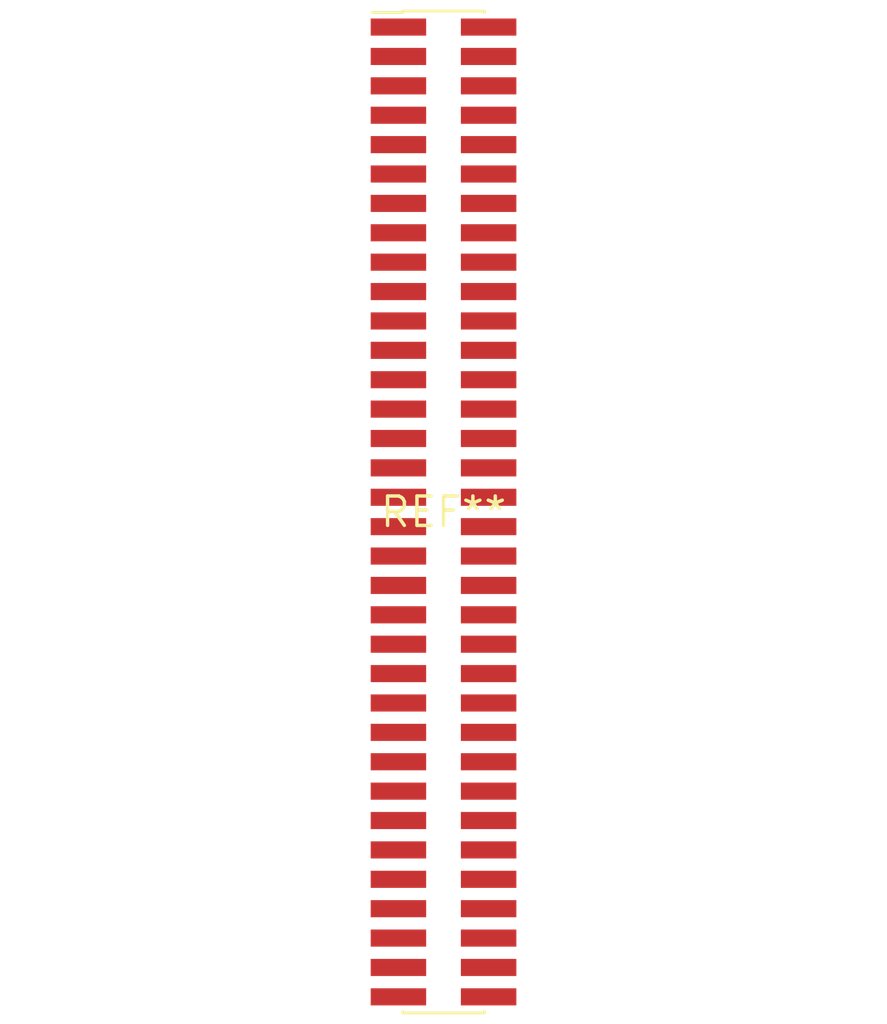
<source format=kicad_pcb>
(kicad_pcb (version 20240108) (generator pcbnew)
  (layers (0 "F.Cu" signal) (31 "B.Cu" signal) (34 "B.Paste" user) (35 "F.Paste" user) (36 "B.SilkS" user "B.Silkscreen") (37 "F.SilkS" user "F.Silkscreen") (38 "B.Mask" user) (39 "F.Mask" user) (44 "Edge.Cuts" user))
  (net 0 "")
  (footprint "PinHeader_2x34_P1.27mm_Vertical_SMD" (layer "F.Cu") (at 0 0)
    (property "Reference" "REF**")
    (property "Value" "PinHeader_2x34_P1.27mm_Vertical_SMD")
    (fp_line (start -3.09 -21.585) (end -1.765 -21.585) (layer "F.SilkS") (stroke (width 0.12)))
    (fp_line (start -1.765 -21.65) (end -1.765 -21.585) (layer "F.SilkS") (stroke (width 0.12)))
    (fp_line (start -1.765 -21.65) (end 1.765 -21.65) (layer "F.SilkS") (stroke (width 0.12)))
    (fp_line (start -1.765 21.585) (end -1.765 21.65) (layer "F.SilkS") (stroke (width 0.12)))
    (fp_line (start -1.765 21.65) (end 1.765 21.65) (layer "F.SilkS") (stroke (width 0.12)))
    (fp_line (start 1.765 -21.65) (end 1.765 -21.585) (layer "F.SilkS") (stroke (width 0.12)))
    (fp_line (start 1.765 21.585) (end 1.765 21.65) (layer "F.SilkS") (stroke (width 0.12)))
    (pad "1" smd rect (at -1.95 -20.955) (size 2.4 0.74) (layers "F.Cu" "F.Paste" "F.Mask"))
    (pad "2" smd rect (at 1.95 -20.955) (size 2.4 0.74) (layers "F.Cu" "F.Paste" "F.Mask"))
    (pad "3" smd rect (at -1.95 -19.685) (size 2.4 0.74) (layers "F.Cu" "F.Paste" "F.Mask"))
    (pad "4" smd rect (at 1.95 -19.685) (size 2.4 0.74) (layers "F.Cu" "F.Paste" "F.Mask"))
    (pad "5" smd rect (at -1.95 -18.415) (size 2.4 0.74) (layers "F.Cu" "F.Paste" "F.Mask"))
    (pad "6" smd rect (at 1.95 -18.415) (size 2.4 0.74) (layers "F.Cu" "F.Paste" "F.Mask"))
    (pad "7" smd rect (at -1.95 -17.145) (size 2.4 0.74) (layers "F.Cu" "F.Paste" "F.Mask"))
    (pad "8" smd rect (at 1.95 -17.145) (size 2.4 0.74) (layers "F.Cu" "F.Paste" "F.Mask"))
    (pad "9" smd rect (at -1.95 -15.875) (size 2.4 0.74) (layers "F.Cu" "F.Paste" "F.Mask"))
    (pad "10" smd rect (at 1.95 -15.875) (size 2.4 0.74) (layers "F.Cu" "F.Paste" "F.Mask"))
    (pad "11" smd rect (at -1.95 -14.605) (size 2.4 0.74) (layers "F.Cu" "F.Paste" "F.Mask"))
    (pad "12" smd rect (at 1.95 -14.605) (size 2.4 0.74) (layers "F.Cu" "F.Paste" "F.Mask"))
    (pad "13" smd rect (at -1.95 -13.335) (size 2.4 0.74) (layers "F.Cu" "F.Paste" "F.Mask"))
    (pad "14" smd rect (at 1.95 -13.335) (size 2.4 0.74) (layers "F.Cu" "F.Paste" "F.Mask"))
    (pad "15" smd rect (at -1.95 -12.065) (size 2.4 0.74) (layers "F.Cu" "F.Paste" "F.Mask"))
    (pad "16" smd rect (at 1.95 -12.065) (size 2.4 0.74) (layers "F.Cu" "F.Paste" "F.Mask"))
    (pad "17" smd rect (at -1.95 -10.795) (size 2.4 0.74) (layers "F.Cu" "F.Paste" "F.Mask"))
    (pad "18" smd rect (at 1.95 -10.795) (size 2.4 0.74) (layers "F.Cu" "F.Paste" "F.Mask"))
    (pad "19" smd rect (at -1.95 -9.525) (size 2.4 0.74) (layers "F.Cu" "F.Paste" "F.Mask"))
    (pad "20" smd rect (at 1.95 -9.525) (size 2.4 0.74) (layers "F.Cu" "F.Paste" "F.Mask"))
    (pad "21" smd rect (at -1.95 -8.255) (size 2.4 0.74) (layers "F.Cu" "F.Paste" "F.Mask"))
    (pad "22" smd rect (at 1.95 -8.255) (size 2.4 0.74) (layers "F.Cu" "F.Paste" "F.Mask"))
    (pad "23" smd rect (at -1.95 -6.985) (size 2.4 0.74) (layers "F.Cu" "F.Paste" "F.Mask"))
    (pad "24" smd rect (at 1.95 -6.985) (size 2.4 0.74) (layers "F.Cu" "F.Paste" "F.Mask"))
    (pad "25" smd rect (at -1.95 -5.715) (size 2.4 0.74) (layers "F.Cu" "F.Paste" "F.Mask"))
    (pad "26" smd rect (at 1.95 -5.715) (size 2.4 0.74) (layers "F.Cu" "F.Paste" "F.Mask"))
    (pad "27" smd rect (at -1.95 -4.445) (size 2.4 0.74) (layers "F.Cu" "F.Paste" "F.Mask"))
    (pad "28" smd rect (at 1.95 -4.445) (size 2.4 0.74) (layers "F.Cu" "F.Paste" "F.Mask"))
    (pad "29" smd rect (at -1.95 -3.175) (size 2.4 0.74) (layers "F.Cu" "F.Paste" "F.Mask"))
    (pad "30" smd rect (at 1.95 -3.175) (size 2.4 0.74) (layers "F.Cu" "F.Paste" "F.Mask"))
    (pad "31" smd rect (at -1.95 -1.905) (size 2.4 0.74) (layers "F.Cu" "F.Paste" "F.Mask"))
    (pad "32" smd rect (at 1.95 -1.905) (size 2.4 0.74) (layers "F.Cu" "F.Paste" "F.Mask"))
    (pad "33" smd rect (at -1.95 -0.635) (size 2.4 0.74) (layers "F.Cu" "F.Paste" "F.Mask"))
    (pad "34" smd rect (at 1.95 -0.635) (size 2.4 0.74) (layers "F.Cu" "F.Paste" "F.Mask"))
    (pad "35" smd rect (at -1.95 0.635) (size 2.4 0.74) (layers "F.Cu" "F.Paste" "F.Mask"))
    (pad "36" smd rect (at 1.95 0.635) (size 2.4 0.74) (layers "F.Cu" "F.Paste" "F.Mask"))
    (pad "37" smd rect (at -1.95 1.905) (size 2.4 0.74) (layers "F.Cu" "F.Paste" "F.Mask"))
    (pad "38" smd rect (at 1.95 1.905) (size 2.4 0.74) (layers "F.Cu" "F.Paste" "F.Mask"))
    (pad "39" smd rect (at -1.95 3.175) (size 2.4 0.74) (layers "F.Cu" "F.Paste" "F.Mask"))
    (pad "40" smd rect (at 1.95 3.175) (size 2.4 0.74) (layers "F.Cu" "F.Paste" "F.Mask"))
    (pad "41" smd rect (at -1.95 4.445) (size 2.4 0.74) (layers "F.Cu" "F.Paste" "F.Mask"))
    (pad "42" smd rect (at 1.95 4.445) (size 2.4 0.74) (layers "F.Cu" "F.Paste" "F.Mask"))
    (pad "43" smd rect (at -1.95 5.715) (size 2.4 0.74) (layers "F.Cu" "F.Paste" "F.Mask"))
    (pad "44" smd rect (at 1.95 5.715) (size 2.4 0.74) (layers "F.Cu" "F.Paste" "F.Mask"))
    (pad "45" smd rect (at -1.95 6.985) (size 2.4 0.74) (layers "F.Cu" "F.Paste" "F.Mask"))
    (pad "46" smd rect (at 1.95 6.985) (size 2.4 0.74) (layers "F.Cu" "F.Paste" "F.Mask"))
    (pad "47" smd rect (at -1.95 8.255) (size 2.4 0.74) (layers "F.Cu" "F.Paste" "F.Mask"))
    (pad "48" smd rect (at 1.95 8.255) (size 2.4 0.74) (layers "F.Cu" "F.Paste" "F.Mask"))
    (pad "49" smd rect (at -1.95 9.525) (size 2.4 0.74) (layers "F.Cu" "F.Paste" "F.Mask"))
    (pad "50" smd rect (at 1.95 9.525) (size 2.4 0.74) (layers "F.Cu" "F.Paste" "F.Mask"))
    (pad "51" smd rect (at -1.95 10.795) (size 2.4 0.74) (layers "F.Cu" "F.Paste" "F.Mask"))
    (pad "52" smd rect (at 1.95 10.795) (size 2.4 0.74) (layers "F.Cu" "F.Paste" "F.Mask"))
    (pad "53" smd rect (at -1.95 12.065) (size 2.4 0.74) (layers "F.Cu" "F.Paste" "F.Mask"))
    (pad "54" smd rect (at 1.95 12.065) (size 2.4 0.74) (layers "F.Cu" "F.Paste" "F.Mask"))
    (pad "55" smd rect (at -1.95 13.335) (size 2.4 0.74) (layers "F.Cu" "F.Paste" "F.Mask"))
    (pad "56" smd rect (at 1.95 13.335) (size 2.4 0.74) (layers "F.Cu" "F.Paste" "F.Mask"))
    (pad "57" smd rect (at -1.95 14.605) (size 2.4 0.74) (layers "F.Cu" "F.Paste" "F.Mask"))
    (pad "58" smd rect (at 1.95 14.605) (size 2.4 0.74) (layers "F.Cu" "F.Paste" "F.Mask"))
    (pad "59" smd rect (at -1.95 15.875) (size 2.4 0.74) (layers "F.Cu" "F.Paste" "F.Mask"))
    (pad "60" smd rect (at 1.95 15.875) (size 2.4 0.74) (layers "F.Cu" "F.Paste" "F.Mask"))
    (pad "61" smd rect (at -1.95 17.145) (size 2.4 0.74) (layers "F.Cu" "F.Paste" "F.Mask"))
    (pad "62" smd rect (at 1.95 17.145) (size 2.4 0.74) (layers "F.Cu" "F.Paste" "F.Mask"))
    (pad "63" smd rect (at -1.95 18.415) (size 2.4 0.74) (layers "F.Cu" "F.Paste" "F.Mask"))
    (pad "64" smd rect (at 1.95 18.415) (size 2.4 0.74) (layers "F.Cu" "F.Paste" "F.Mask"))
    (pad "65" smd rect (at -1.95 19.685) (size 2.4 0.74) (layers "F.Cu" "F.Paste" "F.Mask"))
    (pad "66" smd rect (at 1.95 19.685) (size 2.4 0.74) (layers "F.Cu" "F.Paste" "F.Mask"))
    (pad "67" smd rect (at -1.95 20.955) (size 2.4 0.74) (layers "F.Cu" "F.Paste" "F.Mask"))
    (pad "68" smd rect (at 1.95 20.955) (size 2.4 0.74) (layers "F.Cu" "F.Paste" "F.Mask"))
  )
)
</source>
